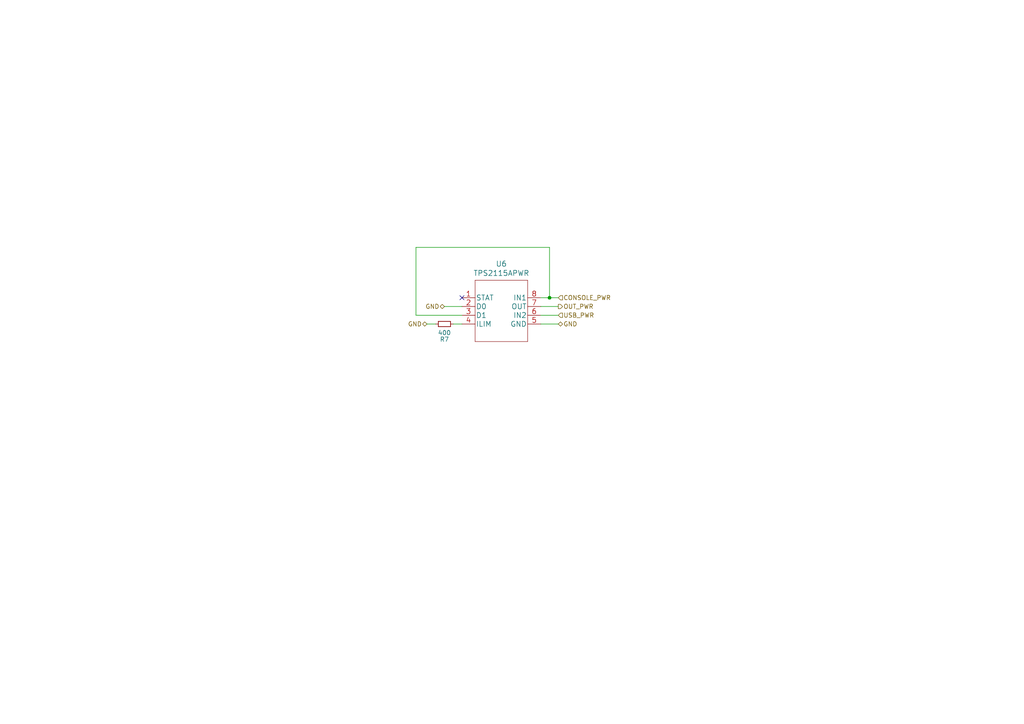
<source format=kicad_sch>
(kicad_sch (version 20211123) (generator eeschema)
  (paper "A4")
  (lib_symbols
    (symbol "Device:R_Small" (pin_numbers hide) (pin_names (offset 0.254) hide)
      (property "Reference" "R" (at 0.762 0.508 0))
      (property "Value" "R_Small" (at 0.762 -1.016 0))
      (symbol "R_Small_0_1"
        (rectangle (start -0.762 1.778) (end 0.762 -1.778) (stroke (width 0.2032)))
      )
      (symbol "R_Small_1_1"
        (pin passive line (at 0 2.54 270) (length 0.762) (name "~") (number "1"))
        (pin passive line (at 0 -2.54 90) (length 0.762) (name "~") (number "2"))
      )
    )
    (symbol "TPS2115APWR:TPS2115APWR" (pin_names (offset 0.254))
      (property "Reference" "U" (at 11.43 10.16 0))
      (property "Value" "TPS2115APWR" (at 11.43 7.62 0))
      (symbol "TPS2115APWR_1_1"
        (polyline (pts (xy 3.81 -12.7) (xy 19.05 -12.7)) (stroke (width 0.127)))
        (polyline (pts (xy 3.81 5.08) (xy 3.81 -12.7)) (stroke (width 0.127)))
        (polyline (pts (xy 19.05 -12.7) (xy 19.05 5.08)) (stroke (width 0.127)))
        (polyline (pts (xy 19.05 5.08) (xy 3.81 5.08)) (stroke (width 0.127)))
        (pin output line (at 0 0 0) (length 3.81) (name "STAT") (number "1"))
        (pin input line (at 0 -2.54 0) (length 3.81) (name "D0") (number "2"))
        (pin input line (at 0 -5.08 0) (length 3.81) (name "D1") (number "3"))
        (pin input line (at 0 -7.62 0) (length 3.81) (name "ILIM") (number "4"))
        (pin power_in line (at 22.86 -7.62 180) (length 3.81) (name "GND") (number "5"))
        (pin input line (at 22.86 -5.08 180) (length 3.81) (name "IN2") (number "6"))
        (pin output line (at 22.86 -2.54 180) (length 3.81) (name "OUT") (number "7"))
        (pin input line (at 22.86 0 180) (length 3.81) (name "IN1") (number "8"))
      )
    )
  )
  (junction (at 159.385 86.36))
  (no_connect (at 133.985 86.36))
  (wire (pts (xy 156.845 91.44) (xy 161.925 91.44)))
  (wire (pts (xy 131.445 93.98) (xy 133.985 93.98)))
  (wire (pts (xy 133.985 88.9) (xy 128.905 88.9)))
  (wire (pts (xy 159.385 86.36) (xy 156.845 86.36)))
  (wire (pts (xy 156.845 93.98) (xy 161.925 93.98)))
  (wire (pts (xy 123.825 93.98) (xy 126.365 93.98)))
  (wire (pts (xy 159.385 71.755) (xy 120.65 71.755)))
  (wire (pts (xy 159.385 86.36) (xy 159.385 71.755)))
  (wire (pts (xy 120.65 91.44) (xy 133.985 91.44)))
  (wire (pts (xy 161.925 86.36) (xy 159.385 86.36)))
  (wire (pts (xy 156.845 88.9) (xy 161.925 88.9)))
  (wire (pts (xy 120.65 71.755) (xy 120.65 91.44)))
  (hierarchical_label "GND" (shape bidirectional) (at 128.905 88.9 180))
  (hierarchical_label "GND" (shape bidirectional) (at 161.925 93.98 0))
  (hierarchical_label "GND" (shape bidirectional) (at 123.825 93.98 180))
  (hierarchical_label "OUT_PWR" (shape output) (at 161.925 88.9 0))
  (hierarchical_label "USB_PWR" (shape input) (at 161.925 91.44 0))
  (hierarchical_label "CONSOLE_PWR" (shape input) (at 161.925 86.36 0))
  (symbol (lib_id "TPS2115APWR:TPS2115APWR") (at 133.985 86.36 0) (unit 1)
    (property "Reference" "U6" (at 145.415 76.5302 0) (effects (font (size 1.524 1.524))))
    (property "Value" "TPS2115APWR" (at 145.415 79.2226 0) (effects (font (size 1.524 1.524))))
    (property "Footprint" "Package_SO:TSSOP-8_4.4x3mm_P0.65mm" (effects hide))
  )
  (symbol (lib_id "Device:R_Small") (at 128.905 93.98 90) (unit 1)
    (property "Reference" "R7" (at 128.905 98.425 90))
    (property "Value" "400" (at 128.905 96.52 90))
    (property "Footprint" "Resistor_THT:R_Axial_DIN0207_L6.3mm_D2.5mm_P10.16mm_Horizontal" (effects hide))
  )
)
</source>
